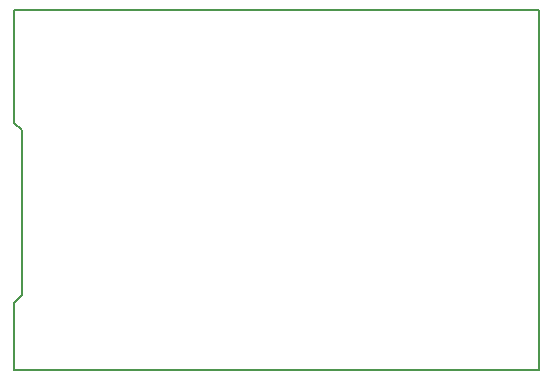
<source format=gbr>
G04 #@! TF.FileFunction,Profile,NP*
%FSLAX46Y46*%
G04 Gerber Fmt 4.6, Leading zero omitted, Abs format (unit mm)*
G04 Created by KiCad (PCBNEW 4.0.7) date 04/23/18 22:06:35*
%MOMM*%
%LPD*%
G01*
G04 APERTURE LIST*
%ADD10C,0.100000*%
%ADD11C,0.150000*%
G04 APERTURE END LIST*
D10*
D11*
X100965000Y-57150000D02*
X100965000Y-47625000D01*
X100965000Y-47625000D02*
X144145000Y-47625000D01*
X100965000Y-72390000D02*
X100965000Y-78105000D01*
X101600000Y-57785000D02*
X100965000Y-57150000D01*
X101600000Y-71755000D02*
X101600000Y-57785000D01*
X100965000Y-72390000D02*
X101600000Y-71755000D01*
X145415000Y-78105000D02*
X100965000Y-78105000D01*
X145415000Y-47625000D02*
X145415000Y-78105000D01*
X144780000Y-47625000D02*
X145415000Y-47625000D01*
X144145000Y-47625000D02*
X144780000Y-47625000D01*
M02*

</source>
